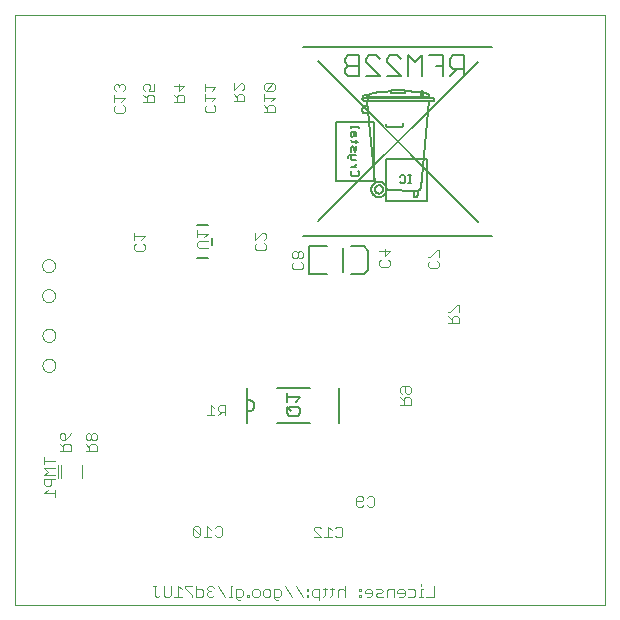
<source format=gbo>
G75*
%MOIN*%
%OFA0B0*%
%FSLAX24Y24*%
%IPPOS*%
%LPD*%
%AMOC8*
5,1,8,0,0,1.08239X$1,22.5*
%
%ADD10C,0.0000*%
%ADD11C,0.0040*%
%ADD12C,0.0080*%
%ADD13C,0.0050*%
%ADD14C,0.0060*%
%ADD15C,0.0079*%
%ADD16C,0.0030*%
D10*
X000350Y000350D02*
X000350Y020035D01*
X020035Y020035D01*
X020035Y000350D01*
X000350Y000350D01*
X001267Y008344D02*
X001269Y008373D01*
X001275Y008401D01*
X001284Y008429D01*
X001297Y008455D01*
X001314Y008478D01*
X001333Y008500D01*
X001355Y008519D01*
X001380Y008534D01*
X001406Y008547D01*
X001434Y008555D01*
X001462Y008560D01*
X001491Y008561D01*
X001520Y008558D01*
X001548Y008551D01*
X001575Y008541D01*
X001601Y008527D01*
X001624Y008510D01*
X001645Y008490D01*
X001663Y008467D01*
X001678Y008442D01*
X001689Y008415D01*
X001697Y008387D01*
X001701Y008358D01*
X001701Y008330D01*
X001697Y008301D01*
X001689Y008273D01*
X001678Y008246D01*
X001663Y008221D01*
X001645Y008198D01*
X001624Y008178D01*
X001601Y008161D01*
X001575Y008147D01*
X001548Y008137D01*
X001520Y008130D01*
X001491Y008127D01*
X001462Y008128D01*
X001434Y008133D01*
X001406Y008141D01*
X001380Y008154D01*
X001355Y008169D01*
X001333Y008188D01*
X001314Y008210D01*
X001297Y008233D01*
X001284Y008259D01*
X001275Y008287D01*
X001269Y008315D01*
X001267Y008344D01*
X001267Y009344D02*
X001269Y009373D01*
X001275Y009401D01*
X001284Y009429D01*
X001297Y009455D01*
X001314Y009478D01*
X001333Y009500D01*
X001355Y009519D01*
X001380Y009534D01*
X001406Y009547D01*
X001434Y009555D01*
X001462Y009560D01*
X001491Y009561D01*
X001520Y009558D01*
X001548Y009551D01*
X001575Y009541D01*
X001601Y009527D01*
X001624Y009510D01*
X001645Y009490D01*
X001663Y009467D01*
X001678Y009442D01*
X001689Y009415D01*
X001697Y009387D01*
X001701Y009358D01*
X001701Y009330D01*
X001697Y009301D01*
X001689Y009273D01*
X001678Y009246D01*
X001663Y009221D01*
X001645Y009198D01*
X001624Y009178D01*
X001601Y009161D01*
X001575Y009147D01*
X001548Y009137D01*
X001520Y009130D01*
X001491Y009127D01*
X001462Y009128D01*
X001434Y009133D01*
X001406Y009141D01*
X001380Y009154D01*
X001355Y009169D01*
X001333Y009188D01*
X001314Y009210D01*
X001297Y009233D01*
X001284Y009259D01*
X001275Y009287D01*
X001269Y009315D01*
X001267Y009344D01*
X001259Y010670D02*
X001261Y010699D01*
X001267Y010727D01*
X001276Y010755D01*
X001289Y010781D01*
X001306Y010804D01*
X001325Y010826D01*
X001347Y010845D01*
X001372Y010860D01*
X001398Y010873D01*
X001426Y010881D01*
X001454Y010886D01*
X001483Y010887D01*
X001512Y010884D01*
X001540Y010877D01*
X001567Y010867D01*
X001593Y010853D01*
X001616Y010836D01*
X001637Y010816D01*
X001655Y010793D01*
X001670Y010768D01*
X001681Y010741D01*
X001689Y010713D01*
X001693Y010684D01*
X001693Y010656D01*
X001689Y010627D01*
X001681Y010599D01*
X001670Y010572D01*
X001655Y010547D01*
X001637Y010524D01*
X001616Y010504D01*
X001593Y010487D01*
X001567Y010473D01*
X001540Y010463D01*
X001512Y010456D01*
X001483Y010453D01*
X001454Y010454D01*
X001426Y010459D01*
X001398Y010467D01*
X001372Y010480D01*
X001347Y010495D01*
X001325Y010514D01*
X001306Y010536D01*
X001289Y010559D01*
X001276Y010585D01*
X001267Y010613D01*
X001261Y010641D01*
X001259Y010670D01*
X001259Y011670D02*
X001261Y011699D01*
X001267Y011727D01*
X001276Y011755D01*
X001289Y011781D01*
X001306Y011804D01*
X001325Y011826D01*
X001347Y011845D01*
X001372Y011860D01*
X001398Y011873D01*
X001426Y011881D01*
X001454Y011886D01*
X001483Y011887D01*
X001512Y011884D01*
X001540Y011877D01*
X001567Y011867D01*
X001593Y011853D01*
X001616Y011836D01*
X001637Y011816D01*
X001655Y011793D01*
X001670Y011768D01*
X001681Y011741D01*
X001689Y011713D01*
X001693Y011684D01*
X001693Y011656D01*
X001689Y011627D01*
X001681Y011599D01*
X001670Y011572D01*
X001655Y011547D01*
X001637Y011524D01*
X001616Y011504D01*
X001593Y011487D01*
X001567Y011473D01*
X001540Y011463D01*
X001512Y011456D01*
X001483Y011453D01*
X001454Y011454D01*
X001426Y011459D01*
X001398Y011467D01*
X001372Y011480D01*
X001347Y011495D01*
X001325Y011514D01*
X001306Y011536D01*
X001289Y011559D01*
X001276Y011585D01*
X001267Y011613D01*
X001261Y011641D01*
X001259Y011670D01*
D11*
X004323Y012230D02*
X004323Y012348D01*
X004382Y012407D01*
X004323Y012533D02*
X004323Y012769D01*
X004323Y012651D02*
X004677Y012651D01*
X004559Y012533D01*
X004618Y012407D02*
X004677Y012348D01*
X004677Y012230D01*
X004618Y012171D01*
X004382Y012171D01*
X004323Y012230D01*
X006434Y012312D02*
X006434Y012430D01*
X006493Y012489D01*
X006788Y012489D01*
X006670Y012616D02*
X006788Y012734D01*
X006434Y012734D01*
X006434Y012616D02*
X006434Y012852D01*
X006434Y012312D02*
X006493Y012253D01*
X006788Y012253D01*
X008371Y012234D02*
X008371Y012352D01*
X008430Y012411D01*
X008371Y012537D02*
X008607Y012773D01*
X008666Y012773D01*
X008725Y012714D01*
X008725Y012596D01*
X008666Y012537D01*
X008666Y012411D02*
X008725Y012352D01*
X008725Y012234D01*
X008666Y012175D01*
X008430Y012175D01*
X008371Y012234D01*
X008371Y012537D02*
X008371Y012773D01*
X009604Y012086D02*
X009604Y011968D01*
X009663Y011909D01*
X009722Y011909D01*
X009781Y011968D01*
X009781Y012086D01*
X009722Y012145D01*
X009663Y012145D01*
X009604Y012086D01*
X009781Y012086D02*
X009840Y012145D01*
X009899Y012145D01*
X009958Y012086D01*
X009958Y011968D01*
X009899Y011909D01*
X009840Y011909D01*
X009781Y011968D01*
X009663Y011783D02*
X009604Y011724D01*
X009604Y011606D01*
X009663Y011547D01*
X009899Y011547D01*
X009958Y011606D01*
X009958Y011724D01*
X009899Y011783D01*
X012500Y011808D02*
X012559Y011867D01*
X012500Y011808D02*
X012500Y011690D01*
X012559Y011631D01*
X012795Y011631D01*
X012854Y011690D01*
X012854Y011808D01*
X012795Y011867D01*
X012677Y011993D02*
X012677Y012229D01*
X012500Y012170D02*
X012854Y012170D01*
X012677Y011993D01*
X014137Y011958D02*
X014196Y011958D01*
X014432Y012194D01*
X014491Y012194D01*
X014491Y011958D01*
X014432Y011832D02*
X014491Y011773D01*
X014491Y011655D01*
X014432Y011596D01*
X014196Y011596D01*
X014137Y011655D01*
X014137Y011773D01*
X014196Y011832D01*
X015099Y010354D02*
X014863Y010118D01*
X014804Y010118D01*
X014804Y009991D02*
X014922Y009873D01*
X014922Y009932D02*
X014922Y009755D01*
X014804Y009755D02*
X015158Y009755D01*
X015158Y009932D01*
X015099Y009991D01*
X014981Y009991D01*
X014922Y009932D01*
X015158Y010118D02*
X015158Y010354D01*
X015099Y010354D01*
X007369Y007033D02*
X007369Y006679D01*
X007369Y006797D02*
X007192Y006797D01*
X007133Y006856D01*
X007133Y006974D01*
X007192Y007033D01*
X007369Y007033D01*
X007251Y006797D02*
X007133Y006679D01*
X007007Y006679D02*
X006771Y006679D01*
X006889Y006679D02*
X006889Y007033D01*
X007007Y006915D01*
X003076Y006025D02*
X003076Y005907D01*
X003017Y005848D01*
X002958Y005848D01*
X002899Y005907D01*
X002899Y006025D01*
X002840Y006084D01*
X002781Y006084D01*
X002722Y006025D01*
X002722Y005907D01*
X002781Y005848D01*
X002840Y005848D01*
X002899Y005907D01*
X002899Y006025D02*
X002958Y006084D01*
X003017Y006084D01*
X003076Y006025D01*
X003017Y005721D02*
X002899Y005721D01*
X002840Y005662D01*
X002840Y005485D01*
X002722Y005485D02*
X003076Y005485D01*
X003076Y005662D01*
X003017Y005721D01*
X002840Y005603D02*
X002722Y005721D01*
X001690Y005164D02*
X001336Y005164D01*
X001336Y005282D02*
X001336Y005046D01*
X001336Y004920D02*
X001454Y004802D01*
X001336Y004684D01*
X001690Y004684D01*
X001690Y004557D02*
X001336Y004557D01*
X001336Y004380D01*
X001395Y004321D01*
X001513Y004321D01*
X001572Y004380D01*
X001572Y004557D01*
X001804Y004592D02*
X001804Y005026D01*
X001904Y005026D02*
X001904Y004592D01*
X001690Y004920D02*
X001336Y004920D01*
X001454Y004195D02*
X001336Y004077D01*
X001690Y004077D01*
X001690Y004195D02*
X001690Y003959D01*
X002604Y004592D02*
X002604Y005026D01*
X006294Y002931D02*
X006294Y002695D01*
X006353Y002636D01*
X006471Y002636D01*
X006530Y002695D01*
X006294Y002931D01*
X006353Y002990D01*
X006471Y002990D01*
X006530Y002931D01*
X006530Y002695D01*
X006656Y002636D02*
X006892Y002636D01*
X006774Y002636D02*
X006774Y002990D01*
X006892Y002872D01*
X007019Y002931D02*
X007078Y002990D01*
X007196Y002990D01*
X007255Y002931D01*
X007255Y002695D01*
X007196Y002636D01*
X007078Y002636D01*
X007019Y002695D01*
X006939Y000993D02*
X006821Y000993D01*
X006762Y000934D01*
X006762Y000875D01*
X006821Y000816D01*
X006762Y000757D01*
X006762Y000698D01*
X006821Y000639D01*
X006939Y000639D01*
X006998Y000698D01*
X006880Y000816D02*
X006821Y000816D01*
X006635Y000816D02*
X006635Y000698D01*
X006576Y000639D01*
X006399Y000639D01*
X006399Y000993D01*
X006399Y000875D02*
X006576Y000875D01*
X006635Y000816D01*
X006939Y000993D02*
X006998Y000934D01*
X007124Y000993D02*
X007360Y000639D01*
X007484Y000639D02*
X007602Y000639D01*
X007543Y000639D02*
X007543Y000993D01*
X007602Y000993D01*
X007728Y000875D02*
X007905Y000875D01*
X007964Y000816D01*
X007964Y000698D01*
X007905Y000639D01*
X007728Y000639D01*
X007728Y000580D02*
X007728Y000875D01*
X008087Y000698D02*
X008087Y000639D01*
X008146Y000639D01*
X008146Y000698D01*
X008087Y000698D01*
X008272Y000698D02*
X008272Y000816D01*
X008331Y000875D01*
X008449Y000875D01*
X008508Y000816D01*
X008508Y000698D01*
X008449Y000639D01*
X008331Y000639D01*
X008272Y000698D01*
X007846Y000521D02*
X007787Y000521D01*
X007728Y000580D01*
X008635Y000698D02*
X008635Y000816D01*
X008694Y000875D01*
X008812Y000875D01*
X008871Y000816D01*
X008871Y000698D01*
X008812Y000639D01*
X008694Y000639D01*
X008635Y000698D01*
X008997Y000639D02*
X009174Y000639D01*
X009233Y000698D01*
X009233Y000816D01*
X009174Y000875D01*
X008997Y000875D01*
X008997Y000580D01*
X009056Y000521D01*
X009115Y000521D01*
X009596Y000639D02*
X009360Y000993D01*
X009722Y000993D02*
X009958Y000639D01*
X010080Y000639D02*
X010139Y000639D01*
X010139Y000698D01*
X010080Y000698D01*
X010080Y000639D01*
X010080Y000816D02*
X010139Y000816D01*
X010139Y000875D01*
X010080Y000875D01*
X010080Y000816D01*
X010266Y000816D02*
X010266Y000698D01*
X010325Y000639D01*
X010502Y000639D01*
X010502Y000521D02*
X010502Y000875D01*
X010325Y000875D01*
X010266Y000816D01*
X010626Y000875D02*
X010744Y000875D01*
X010685Y000934D02*
X010685Y000698D01*
X010626Y000639D01*
X010867Y000639D02*
X010926Y000698D01*
X010926Y000934D01*
X010985Y000875D02*
X010867Y000875D01*
X011112Y000816D02*
X011112Y000639D01*
X011112Y000816D02*
X011171Y000875D01*
X011289Y000875D01*
X011348Y000816D01*
X011348Y000993D02*
X011348Y000639D01*
X011832Y000639D02*
X011891Y000639D01*
X011891Y000698D01*
X011832Y000698D01*
X011832Y000639D01*
X011832Y000816D02*
X011891Y000816D01*
X011891Y000875D01*
X011832Y000875D01*
X011832Y000816D01*
X012018Y000816D02*
X012018Y000757D01*
X012254Y000757D01*
X012254Y000698D02*
X012254Y000816D01*
X012195Y000875D01*
X012077Y000875D01*
X012018Y000816D01*
X012077Y000639D02*
X012195Y000639D01*
X012254Y000698D01*
X012381Y000698D02*
X012440Y000757D01*
X012558Y000757D01*
X012617Y000816D01*
X012558Y000875D01*
X012381Y000875D01*
X012381Y000698D02*
X012440Y000639D01*
X012617Y000639D01*
X012743Y000639D02*
X012743Y000816D01*
X012802Y000875D01*
X012979Y000875D01*
X012979Y000639D01*
X013106Y000757D02*
X013106Y000816D01*
X013165Y000875D01*
X013283Y000875D01*
X013342Y000816D01*
X013342Y000698D01*
X013283Y000639D01*
X013165Y000639D01*
X013106Y000757D02*
X013342Y000757D01*
X013468Y000639D02*
X013645Y000639D01*
X013704Y000698D01*
X013704Y000816D01*
X013645Y000875D01*
X013468Y000875D01*
X013887Y000875D02*
X013887Y000639D01*
X013946Y000639D02*
X013828Y000639D01*
X013887Y000875D02*
X013946Y000875D01*
X013887Y000993D02*
X013887Y001052D01*
X014308Y000993D02*
X014308Y000639D01*
X014072Y000639D01*
X011272Y002673D02*
X011213Y002614D01*
X011095Y002614D01*
X011036Y002673D01*
X010910Y002614D02*
X010674Y002614D01*
X010792Y002614D02*
X010792Y002968D01*
X010910Y002850D01*
X011036Y002909D02*
X011095Y002968D01*
X011213Y002968D01*
X011272Y002909D01*
X011272Y002673D01*
X010547Y002614D02*
X010311Y002850D01*
X010311Y002909D01*
X010370Y002968D01*
X010488Y002968D01*
X010547Y002909D01*
X010547Y002614D02*
X010311Y002614D01*
X011731Y003692D02*
X011790Y003633D01*
X011908Y003633D01*
X011967Y003692D01*
X012094Y003692D02*
X012153Y003633D01*
X012271Y003633D01*
X012330Y003692D01*
X012330Y003928D01*
X012271Y003987D01*
X012153Y003987D01*
X012094Y003928D01*
X011967Y003928D02*
X011967Y003869D01*
X011908Y003810D01*
X011731Y003810D01*
X011731Y003692D02*
X011731Y003928D01*
X011790Y003987D01*
X011908Y003987D01*
X011967Y003928D01*
X006273Y000993D02*
X006037Y000993D01*
X006037Y000934D01*
X006273Y000698D01*
X006273Y000639D01*
X005910Y000639D02*
X005674Y000639D01*
X005792Y000639D02*
X005792Y000993D01*
X005910Y000875D01*
X005547Y000993D02*
X005547Y000698D01*
X005488Y000639D01*
X005370Y000639D01*
X005311Y000698D01*
X005311Y000993D01*
X005067Y000993D02*
X004949Y000993D01*
X005008Y000993D02*
X005008Y000698D01*
X005067Y000639D01*
X005126Y000639D01*
X005185Y000698D01*
X003956Y016772D02*
X003720Y016772D01*
X003661Y016831D01*
X003661Y016949D01*
X003720Y017008D01*
X003661Y017135D02*
X003661Y017371D01*
X003661Y017253D02*
X004015Y017253D01*
X003897Y017135D01*
X003956Y017008D02*
X004015Y016949D01*
X004015Y016831D01*
X003956Y016772D01*
X004638Y017135D02*
X004992Y017135D01*
X004992Y017312D01*
X004933Y017371D01*
X004815Y017371D01*
X004756Y017312D01*
X004756Y017135D01*
X004756Y017253D02*
X004638Y017371D01*
X004697Y017497D02*
X004638Y017556D01*
X004638Y017674D01*
X004697Y017733D01*
X004815Y017733D01*
X004874Y017674D01*
X004874Y017615D01*
X004815Y017497D01*
X004992Y017497D01*
X004992Y017733D01*
X005647Y017672D02*
X006001Y017672D01*
X005824Y017495D01*
X005824Y017731D01*
X005824Y017369D02*
X005765Y017310D01*
X005765Y017133D01*
X005765Y017251D02*
X005647Y017369D01*
X005824Y017369D02*
X005942Y017369D01*
X006001Y017310D01*
X006001Y017133D01*
X005647Y017133D01*
X006682Y017141D02*
X006682Y017377D01*
X006682Y017259D02*
X007036Y017259D01*
X006918Y017141D01*
X006977Y017014D02*
X007036Y016955D01*
X007036Y016837D01*
X006977Y016778D01*
X006741Y016778D01*
X006682Y016837D01*
X006682Y016955D01*
X006741Y017014D01*
X006682Y017503D02*
X006682Y017739D01*
X006682Y017621D02*
X007036Y017621D01*
X006918Y017503D01*
X007643Y017515D02*
X007643Y017751D01*
X007879Y017751D02*
X007938Y017751D01*
X007997Y017692D01*
X007997Y017574D01*
X007938Y017515D01*
X007938Y017388D02*
X007820Y017388D01*
X007761Y017329D01*
X007761Y017152D01*
X007761Y017270D02*
X007643Y017388D01*
X007643Y017515D02*
X007879Y017751D01*
X007938Y017388D02*
X007997Y017329D01*
X007997Y017152D01*
X007643Y017152D01*
X004015Y017556D02*
X003956Y017497D01*
X004015Y017556D02*
X004015Y017674D01*
X003956Y017733D01*
X003897Y017733D01*
X003838Y017674D01*
X003779Y017733D01*
X003720Y017733D01*
X003661Y017674D01*
X003661Y017556D01*
X003720Y017497D01*
X003838Y017615D02*
X003838Y017674D01*
D12*
X009959Y018956D02*
X016259Y018956D01*
X012322Y016456D02*
X011062Y016456D01*
X011062Y014488D01*
X012322Y014488D01*
X012322Y016456D01*
X012715Y015216D02*
X012715Y013838D01*
X014093Y013838D01*
X014093Y015216D01*
X012715Y015216D01*
X009959Y012657D02*
X016259Y012657D01*
X012138Y012166D02*
X012138Y011536D01*
X011980Y011378D01*
X011547Y011378D01*
X010760Y011378D02*
X010169Y011378D01*
X010169Y012323D01*
X010760Y012323D01*
X011547Y012323D02*
X011980Y012323D01*
X012138Y012166D01*
X006926Y012365D02*
X006926Y012576D01*
X006776Y013030D02*
X006438Y013030D01*
X006438Y011910D02*
X006776Y011910D01*
X008096Y007595D02*
X008096Y006414D01*
X008135Y006808D02*
X008162Y006810D01*
X008188Y006815D01*
X008213Y006824D01*
X008237Y006837D01*
X008259Y006852D01*
X008279Y006871D01*
X008296Y006891D01*
X008310Y006914D01*
X008321Y006939D01*
X008328Y006965D01*
X008332Y006992D01*
X008332Y007018D01*
X008328Y007045D01*
X008321Y007071D01*
X008310Y007096D01*
X008296Y007119D01*
X008279Y007139D01*
X008259Y007158D01*
X008237Y007173D01*
X008213Y007186D01*
X008188Y007195D01*
X008162Y007200D01*
X008135Y007202D01*
X009080Y007595D02*
X010183Y007595D01*
X011167Y007595D02*
X011167Y006414D01*
X010183Y006414D02*
X009080Y006414D01*
D13*
X009423Y006744D02*
X009498Y006669D01*
X009798Y006669D01*
X009873Y006744D01*
X009873Y006894D01*
X009798Y006969D01*
X009498Y006969D01*
X009423Y006894D01*
X009423Y006744D01*
X009573Y006819D02*
X009423Y006969D01*
X009423Y007129D02*
X009423Y007429D01*
X009423Y007279D02*
X009873Y007279D01*
X009723Y007129D01*
X011303Y011451D02*
X011303Y012251D01*
X013230Y014414D02*
X013186Y014459D01*
X013230Y014414D02*
X013319Y014414D01*
X013363Y014459D01*
X013363Y014635D01*
X013319Y014680D01*
X013230Y014680D01*
X013186Y014635D01*
X013468Y014680D02*
X013556Y014680D01*
X013512Y014680D02*
X013512Y014414D01*
X013556Y014414D02*
X013468Y014414D01*
X011824Y014695D02*
X011780Y014651D01*
X011603Y014651D01*
X011559Y014695D01*
X011559Y014783D01*
X011603Y014827D01*
X011559Y014941D02*
X011736Y014941D01*
X011736Y015029D02*
X011736Y015073D01*
X011736Y015029D02*
X011648Y014941D01*
X011780Y014827D02*
X011824Y014783D01*
X011824Y014695D01*
X011736Y015182D02*
X011603Y015182D01*
X011559Y015227D01*
X011559Y015359D01*
X011515Y015359D02*
X011471Y015315D01*
X011471Y015271D01*
X011515Y015359D02*
X011736Y015359D01*
X011692Y015472D02*
X011736Y015517D01*
X011736Y015649D01*
X011648Y015605D02*
X011648Y015517D01*
X011692Y015472D01*
X011559Y015472D02*
X011559Y015605D01*
X011603Y015649D01*
X011648Y015605D01*
X011736Y015762D02*
X011736Y015851D01*
X011780Y015807D02*
X011603Y015807D01*
X011559Y015851D01*
X011603Y015956D02*
X011648Y016000D01*
X011648Y016133D01*
X011692Y016133D02*
X011559Y016133D01*
X011559Y016000D01*
X011603Y015956D01*
X011736Y016000D02*
X011736Y016088D01*
X011692Y016133D01*
X011824Y016246D02*
X011824Y016290D01*
X011559Y016290D01*
X011559Y016246D02*
X011559Y016334D01*
D14*
X011467Y017975D02*
X011817Y017975D01*
X011817Y018675D01*
X011467Y018675D01*
X011350Y018558D01*
X011350Y018442D01*
X011467Y018325D01*
X011817Y018325D01*
X012050Y018442D02*
X012050Y018558D01*
X012167Y018675D01*
X012400Y018675D01*
X012517Y018558D01*
X012750Y018558D02*
X012866Y018675D01*
X013100Y018675D01*
X013217Y018558D01*
X013450Y018675D02*
X013450Y017975D01*
X013217Y017975D02*
X012750Y018442D01*
X012750Y018558D01*
X012750Y017975D02*
X013217Y017975D01*
X013683Y018442D02*
X013450Y018675D01*
X013683Y018442D02*
X013917Y018675D01*
X013917Y017975D01*
X014383Y018325D02*
X014616Y018325D01*
X014849Y018325D02*
X014849Y018558D01*
X014966Y018675D01*
X015316Y018675D01*
X015316Y017975D01*
X015316Y018208D02*
X014966Y018208D01*
X014849Y018325D01*
X015083Y018208D02*
X014849Y017975D01*
X014616Y017975D02*
X014616Y018675D01*
X014149Y018675D01*
X012517Y017975D02*
X012050Y018442D01*
X012050Y017975D02*
X012517Y017975D01*
X011467Y017975D02*
X011350Y018091D01*
X011350Y018208D01*
X011467Y018325D01*
D15*
X010448Y018493D02*
X015803Y013138D01*
X013805Y014182D02*
X013775Y014178D01*
X013746Y014172D01*
X012752Y014182D01*
X012348Y014211D02*
X012350Y014234D01*
X012356Y014257D01*
X012366Y014278D01*
X012379Y014298D01*
X012395Y014315D01*
X012414Y014329D01*
X012435Y014339D01*
X012457Y014346D01*
X012480Y014349D01*
X012504Y014348D01*
X012526Y014343D01*
X012548Y014334D01*
X012568Y014322D01*
X012586Y014306D01*
X012600Y014288D01*
X012612Y014268D01*
X012620Y014246D01*
X012624Y014223D01*
X012624Y014199D01*
X012620Y014176D01*
X012612Y014154D01*
X012600Y014134D01*
X012586Y014116D01*
X012568Y014100D01*
X012548Y014088D01*
X012526Y014079D01*
X012504Y014074D01*
X012480Y014073D01*
X012457Y014076D01*
X012435Y014083D01*
X012414Y014093D01*
X012395Y014107D01*
X012379Y014124D01*
X012366Y014144D01*
X012356Y014165D01*
X012350Y014188D01*
X012348Y014211D01*
X012230Y014211D02*
X012232Y014242D01*
X012238Y014273D01*
X012247Y014303D01*
X012260Y014332D01*
X012277Y014359D01*
X012297Y014383D01*
X012319Y014405D01*
X012345Y014424D01*
X012372Y014440D01*
X012401Y014452D01*
X012431Y014461D01*
X012462Y014466D01*
X012494Y014467D01*
X012525Y014464D01*
X012556Y014457D01*
X012586Y014447D01*
X012614Y014433D01*
X012640Y014415D01*
X012664Y014395D01*
X012685Y014371D01*
X012704Y014346D01*
X012719Y014318D01*
X012730Y014289D01*
X012738Y014258D01*
X012742Y014227D01*
X012742Y014195D01*
X012738Y014164D01*
X012730Y014133D01*
X012719Y014104D01*
X012704Y014076D01*
X012685Y014051D01*
X012664Y014027D01*
X012640Y014007D01*
X012614Y013989D01*
X012586Y013975D01*
X012556Y013965D01*
X012525Y013958D01*
X012494Y013955D01*
X012462Y013956D01*
X012431Y013961D01*
X012401Y013970D01*
X012372Y013982D01*
X012345Y013998D01*
X012319Y014017D01*
X012297Y014039D01*
X012277Y014063D01*
X012260Y014090D01*
X012247Y014119D01*
X012238Y014149D01*
X012232Y014180D01*
X012230Y014211D01*
X012358Y014437D02*
X012082Y017154D01*
X012023Y017164D02*
X012496Y017164D01*
X013303Y017164D01*
X014149Y017164D01*
X014307Y017164D01*
X014315Y017166D01*
X014321Y017170D01*
X014325Y017176D01*
X014327Y017184D01*
X014326Y017184D02*
X014326Y017213D01*
X014326Y017233D01*
X014327Y017233D02*
X014326Y017242D01*
X014321Y017251D01*
X014315Y017257D01*
X014306Y017262D01*
X014297Y017263D01*
X014297Y017262D02*
X014287Y017262D01*
X014277Y017262D01*
X011935Y017262D01*
X011935Y017252D01*
X011934Y017252D02*
X011936Y017235D01*
X011941Y017218D01*
X011949Y017203D01*
X011960Y017189D01*
X011974Y017178D01*
X011989Y017170D01*
X012006Y017165D01*
X012023Y017163D01*
X012043Y016987D02*
X012056Y016985D01*
X012070Y016985D01*
X012083Y016987D01*
X012043Y016986D02*
X012025Y016988D01*
X012008Y016986D01*
X011991Y016981D01*
X011975Y016973D01*
X011961Y016962D01*
X011950Y016948D01*
X011942Y016932D01*
X011937Y016916D01*
X011935Y016898D01*
X011935Y016839D01*
X011936Y016822D01*
X011941Y016805D01*
X011948Y016790D01*
X011958Y016776D01*
X011970Y016764D01*
X011984Y016754D01*
X011999Y016747D01*
X012016Y016742D01*
X012033Y016741D01*
X012102Y016741D01*
X012111Y017350D02*
X012130Y017362D01*
X012150Y017372D01*
X012170Y017380D01*
X012112Y017351D02*
X012102Y017342D01*
X012095Y017331D01*
X012091Y017318D01*
X012090Y017305D01*
X012092Y017292D01*
X012122Y017292D02*
X014159Y017292D01*
X014169Y017292D02*
X014171Y017308D01*
X014170Y017325D01*
X014165Y017342D01*
X014158Y017357D01*
X014147Y017370D01*
X014135Y017381D01*
X014120Y017390D01*
X013952Y017410D02*
X013943Y017312D01*
X013953Y017470D02*
X013950Y017478D01*
X013945Y017486D01*
X013937Y017490D01*
X013928Y017492D01*
X013919Y017490D01*
X013911Y017486D01*
X013906Y017478D01*
X013903Y017470D01*
X013953Y017469D02*
X013954Y017439D01*
X013953Y017409D01*
X014169Y017154D02*
X013883Y014260D01*
X013884Y014260D02*
X013880Y014243D01*
X013874Y014228D01*
X013864Y014213D01*
X013852Y014201D01*
X013837Y014191D01*
X013822Y014185D01*
X013805Y014181D01*
X013775Y014152D02*
X013775Y014024D01*
X013774Y014011D01*
X013769Y013998D01*
X013762Y013987D01*
X013753Y013978D01*
X013742Y013971D01*
X013729Y013966D01*
X013716Y013965D01*
X013696Y013965D01*
X013683Y013967D01*
X013672Y013972D01*
X013661Y013979D01*
X013654Y013990D01*
X013649Y014001D01*
X013647Y014014D01*
X013647Y014152D01*
X013883Y017449D02*
X013760Y017462D01*
X013638Y017472D01*
X013514Y017477D01*
X013391Y017479D01*
X013342Y017479D01*
X013342Y017508D02*
X013342Y017430D01*
X012889Y017430D01*
X012889Y017508D01*
X013342Y017508D01*
X012880Y017479D02*
X012693Y017469D01*
X011945Y017262D02*
X011947Y017281D01*
X011952Y017300D01*
X011962Y017316D01*
X011974Y017331D01*
X011989Y017343D01*
X012005Y017353D01*
X012024Y017358D01*
X012043Y017360D01*
X012062Y017358D01*
X012081Y017353D01*
X012097Y017343D01*
X012112Y017331D01*
X012124Y017316D01*
X012134Y017300D01*
X012139Y017281D01*
X012141Y017262D01*
X012139Y017243D01*
X012134Y017224D01*
X012124Y017208D01*
X012112Y017193D01*
X012097Y017181D01*
X012081Y017171D01*
X012062Y017166D01*
X012043Y017164D01*
X012024Y017166D01*
X012005Y017171D01*
X011989Y017181D01*
X011974Y017193D01*
X011962Y017208D01*
X011952Y017224D01*
X011947Y017243D01*
X011945Y017262D01*
X012732Y016406D02*
X012732Y016337D01*
X012733Y016327D01*
X012737Y016318D01*
X012743Y016309D01*
X012752Y016303D01*
X012761Y016299D01*
X012771Y016298D01*
X013234Y016298D01*
X013247Y016299D01*
X013260Y016304D01*
X013271Y016311D01*
X013280Y016320D01*
X013287Y016331D01*
X013292Y016344D01*
X013293Y016357D01*
X013293Y016386D01*
X013293Y016416D01*
X013883Y017449D02*
X013942Y017440D01*
X014001Y017429D01*
X014277Y017262D02*
X014287Y017262D01*
X013903Y017321D02*
X013899Y017370D01*
X013899Y017420D01*
X013903Y017469D01*
X014002Y017430D02*
X014042Y017419D01*
X014082Y017406D01*
X014120Y017390D01*
X015783Y018473D02*
X010468Y013158D01*
X012368Y017429D02*
X012448Y017443D01*
X012529Y017455D01*
X012611Y017463D01*
X012693Y017469D01*
X012368Y017430D02*
X012302Y017416D01*
X012236Y017400D01*
X012171Y017381D01*
D16*
X009011Y017263D02*
X008647Y017263D01*
X008647Y017142D02*
X008647Y017384D01*
X008708Y017504D02*
X008950Y017747D01*
X008708Y017747D01*
X008647Y017686D01*
X008647Y017565D01*
X008708Y017504D01*
X008950Y017504D01*
X009011Y017565D01*
X009011Y017686D01*
X008950Y017747D01*
X009011Y017263D02*
X008890Y017142D01*
X008950Y017022D02*
X008829Y017022D01*
X008768Y016961D01*
X008768Y016779D01*
X008647Y016779D02*
X009011Y016779D01*
X009011Y016961D01*
X008950Y017022D01*
X008768Y016900D02*
X008647Y017022D01*
X013248Y007645D02*
X013491Y007645D01*
X013552Y007584D01*
X013552Y007463D01*
X013491Y007402D01*
X013430Y007402D01*
X013370Y007463D01*
X013370Y007645D01*
X013248Y007645D02*
X013188Y007584D01*
X013188Y007463D01*
X013248Y007402D01*
X013188Y007282D02*
X013309Y007161D01*
X013309Y007222D02*
X013309Y007040D01*
X013188Y007040D02*
X013552Y007040D01*
X013552Y007222D01*
X013491Y007282D01*
X013370Y007282D01*
X013309Y007222D01*
X002214Y006102D02*
X002154Y005981D01*
X002032Y005860D01*
X002032Y006042D01*
X001972Y006102D01*
X001911Y006102D01*
X001850Y006042D01*
X001850Y005920D01*
X001911Y005860D01*
X002032Y005860D01*
X002032Y005740D02*
X001972Y005679D01*
X001972Y005497D01*
X001972Y005619D02*
X001850Y005740D01*
X002032Y005740D02*
X002154Y005740D01*
X002214Y005679D01*
X002214Y005497D01*
X001850Y005497D01*
M02*

</source>
